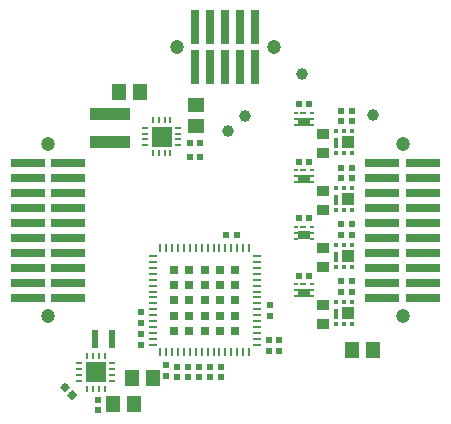
<source format=gts>
G04 #@! TF.GenerationSoftware,KiCad,Pcbnew,no-vcs-found-d3b382c~59~ubuntu16.04.1*
G04 #@! TF.CreationDate,2017-07-27T00:58:26+01:00*
G04 #@! TF.ProjectId,DCDC-5V,444344432D35562E6B696361645F7063,1*
G04 #@! TF.SameCoordinates,Original
G04 #@! TF.FileFunction,Soldermask,Top*
G04 #@! TF.FilePolarity,Negative*
%FSLAX46Y46*%
G04 Gerber Fmt 4.6, Leading zero omitted, Abs format (unit mm)*
G04 Created by KiCad (PCBNEW no-vcs-found-d3b382c~59~ubuntu16.04.1) date Thu Jul 27 00:58:26 2017*
%MOMM*%
%LPD*%
G01*
G04 APERTURE LIST*
%ADD10R,0.702000X0.702000*%
%ADD11R,0.250000X0.700000*%
%ADD12R,0.700000X0.250000*%
%ADD13R,0.620000X0.620000*%
%ADD14R,3.400000X0.980000*%
%ADD15R,0.740000X2.920000*%
%ADD16C,1.200000*%
%ADD17R,2.920000X0.740000*%
%ADD18R,0.400000X0.850000*%
%ADD19R,0.400000X0.455000*%
%ADD20R,1.050000X1.100000*%
%ADD21R,1.000000X0.950000*%
%ADD22R,1.450000X1.150000*%
%ADD23R,1.150000X1.450000*%
%ADD24C,0.620000*%
%ADD25C,0.100000*%
%ADD26R,1.702000X1.702000*%
%ADD27R,0.250000X0.600000*%
%ADD28R,0.600000X0.250000*%
%ADD29R,0.500000X1.600000*%
%ADD30R,0.300000X0.250000*%
%ADD31R,1.100000X0.670000*%
%ADD32R,0.620000X0.200000*%
%ADD33C,1.000000*%
G04 APERTURE END LIST*
D10*
X100845000Y-108555000D03*
X100845000Y-107255000D03*
X100845000Y-105955000D03*
X100845000Y-104655000D03*
X100845000Y-103355000D03*
X99545000Y-108555000D03*
X99545000Y-107255000D03*
X99545000Y-105955000D03*
X99545000Y-104655000D03*
X99545000Y-103355000D03*
X98245000Y-108555000D03*
X98245000Y-107255000D03*
X98245000Y-105955000D03*
X98245000Y-104655000D03*
X98245000Y-103355000D03*
X96945000Y-108555000D03*
X96945000Y-107255000D03*
X96945000Y-105955000D03*
X96945000Y-104655000D03*
X96945000Y-103355000D03*
X95645000Y-108555000D03*
X95645000Y-107255000D03*
X95645000Y-105955000D03*
X95645000Y-104655000D03*
X95645000Y-103355000D03*
D11*
X94495000Y-101555000D03*
X94995000Y-101555000D03*
X95495000Y-101555000D03*
X95995000Y-101555000D03*
X96495000Y-101555000D03*
X96995000Y-101555000D03*
X97495000Y-101555000D03*
X97995000Y-101555000D03*
X98495000Y-101555000D03*
X98995000Y-101555000D03*
X99495000Y-101555000D03*
X99995000Y-101555000D03*
X100495000Y-101555000D03*
X100995000Y-101555000D03*
X101495000Y-101555000D03*
X101995000Y-101555000D03*
D12*
X102645000Y-102205000D03*
X102645000Y-102705000D03*
X102645000Y-103205000D03*
X102645000Y-103705000D03*
X102645000Y-104205000D03*
X102645000Y-104705000D03*
X102645000Y-105205000D03*
X102645000Y-105705000D03*
X102645000Y-106205000D03*
X102645000Y-106705000D03*
X102645000Y-107205000D03*
X102645000Y-107705000D03*
X102645000Y-108205000D03*
X102645000Y-108705000D03*
X102645000Y-109205000D03*
X102645000Y-109705000D03*
D11*
X101995000Y-110355000D03*
X101495000Y-110355000D03*
X100995000Y-110355000D03*
X100495000Y-110355000D03*
X99995000Y-110355000D03*
X99495000Y-110355000D03*
X98995000Y-110355000D03*
X98495000Y-110355000D03*
X97995000Y-110355000D03*
X97495000Y-110355000D03*
X96995000Y-110355000D03*
X96495000Y-110355000D03*
X95995000Y-110355000D03*
X95495000Y-110355000D03*
X94995000Y-110355000D03*
X94495000Y-110355000D03*
D12*
X93845000Y-109705000D03*
X93845000Y-109205000D03*
X93845000Y-108705000D03*
X93845000Y-108205000D03*
X93845000Y-107705000D03*
X93845000Y-107205000D03*
X93845000Y-106705000D03*
X93845000Y-106205000D03*
X93845000Y-105705000D03*
X93845000Y-105205000D03*
X93845000Y-104705000D03*
X93845000Y-104205000D03*
X93845000Y-103705000D03*
X93845000Y-103205000D03*
X93845000Y-102705000D03*
X93845000Y-102205000D03*
D13*
X107100000Y-103850000D03*
X106200000Y-103850000D03*
D14*
X90250000Y-92560000D03*
X90250000Y-90190000D03*
D15*
X97460000Y-86215000D03*
X97460000Y-82785000D03*
X98730000Y-86215000D03*
X98730000Y-82785000D03*
X100000000Y-86215000D03*
X100000000Y-82785000D03*
X101270000Y-86215000D03*
X101270000Y-82785000D03*
X102540000Y-86215000D03*
X102540000Y-82785000D03*
D16*
X115000000Y-107305000D03*
X115000000Y-92695000D03*
D17*
X113285000Y-94285000D03*
X116715000Y-94285000D03*
X113285000Y-95555000D03*
X116715000Y-95555000D03*
X113285000Y-96825000D03*
X116715000Y-96825000D03*
X113285000Y-98095000D03*
X116715000Y-98095000D03*
X113285000Y-99365000D03*
X116715000Y-99365000D03*
X113285000Y-100635000D03*
X116715000Y-100635000D03*
X113285000Y-101905000D03*
X116715000Y-101905000D03*
X113285000Y-103175000D03*
X116715000Y-103175000D03*
X113285000Y-104445000D03*
X116715000Y-104445000D03*
X113285000Y-105715000D03*
X116715000Y-105715000D03*
D16*
X85000000Y-107305000D03*
X85000000Y-92695000D03*
D17*
X83285000Y-94285000D03*
X86715000Y-94285000D03*
X83285000Y-95555000D03*
X86715000Y-95555000D03*
X83285000Y-96825000D03*
X86715000Y-96825000D03*
X83285000Y-98095000D03*
X86715000Y-98095000D03*
X83285000Y-99365000D03*
X86715000Y-99365000D03*
X83285000Y-100635000D03*
X86715000Y-100635000D03*
X83285000Y-101905000D03*
X86715000Y-101905000D03*
X83285000Y-103175000D03*
X86715000Y-103175000D03*
X83285000Y-104445000D03*
X86715000Y-104445000D03*
X83285000Y-105715000D03*
X86715000Y-105715000D03*
D16*
X104130000Y-84500000D03*
X95870000Y-84500000D03*
D13*
X92850000Y-106925000D03*
X92850000Y-107825000D03*
X100975000Y-100400000D03*
X100075000Y-100400000D03*
X92850000Y-109700000D03*
X92850000Y-108800000D03*
X103750000Y-106350000D03*
X103750000Y-107250000D03*
X98700000Y-111575000D03*
X98700000Y-112475000D03*
X103650000Y-109325000D03*
X104550000Y-109325000D03*
X96850000Y-112475000D03*
X96850000Y-111575000D03*
X104550000Y-110275000D03*
X103650000Y-110275000D03*
X95925000Y-112475000D03*
X95925000Y-111575000D03*
X97775000Y-112475000D03*
X97775000Y-111575000D03*
X99625000Y-112475000D03*
X99625000Y-111575000D03*
X109800000Y-104350000D03*
X110700000Y-104350000D03*
X109800000Y-99525000D03*
X110700000Y-99525000D03*
X109800000Y-94700000D03*
X110700000Y-94700000D03*
X109800000Y-89875000D03*
X110700000Y-89875000D03*
X110700000Y-105275000D03*
X109800000Y-105275000D03*
X110700000Y-100450000D03*
X109800000Y-100450000D03*
X110700000Y-95625000D03*
X109800000Y-95625000D03*
X110700000Y-90800000D03*
X109800000Y-90800000D03*
D18*
X109400000Y-107121000D03*
D19*
X109400000Y-107947500D03*
X109400000Y-106102500D03*
X110050000Y-107947500D03*
X110700000Y-107947500D03*
X110700000Y-106102500D03*
D20*
X110375000Y-107025000D03*
D19*
X110050000Y-106102500D03*
D21*
X108250000Y-107950000D03*
X108250000Y-106350000D03*
X108250000Y-103125000D03*
X108250000Y-101525000D03*
X108250000Y-96700000D03*
X108250000Y-98300000D03*
X108250000Y-91875000D03*
X108250000Y-93475000D03*
D18*
X109400000Y-102300000D03*
D19*
X109400000Y-103126500D03*
X109400000Y-101281500D03*
X110050000Y-103126500D03*
X110700000Y-103126500D03*
X110700000Y-101281500D03*
D20*
X110375000Y-102204000D03*
D19*
X110050000Y-101281500D03*
X110050000Y-96456500D03*
D20*
X110375000Y-97379000D03*
D19*
X110700000Y-96456500D03*
X110700000Y-98301500D03*
X110050000Y-98301500D03*
X109400000Y-96456500D03*
X109400000Y-98301500D03*
D18*
X109400000Y-97475000D03*
X109400000Y-92646000D03*
D19*
X109400000Y-93472500D03*
X109400000Y-91627500D03*
X110050000Y-93472500D03*
X110700000Y-93472500D03*
X110700000Y-91627500D03*
D20*
X110375000Y-92550000D03*
D19*
X110050000Y-91627500D03*
D22*
X97475000Y-89375000D03*
X97475000Y-91175000D03*
D13*
X96975000Y-92600000D03*
X97875000Y-92600000D03*
X97875000Y-93800000D03*
X96975000Y-93800000D03*
D23*
X90975000Y-88300000D03*
X92775000Y-88300000D03*
X90475000Y-114750000D03*
X92275000Y-114750000D03*
D13*
X89250000Y-115250000D03*
X89250000Y-114350000D03*
D24*
X86406802Y-113306802D03*
D25*
G36*
X86845208Y-113306802D02*
X86406802Y-113745208D01*
X85968396Y-113306802D01*
X86406802Y-112868396D01*
X86845208Y-113306802D01*
X86845208Y-113306802D01*
G37*
D24*
X87043198Y-113943198D03*
D25*
G36*
X87481604Y-113943198D02*
X87043198Y-114381604D01*
X86604792Y-113943198D01*
X87043198Y-113504792D01*
X87481604Y-113943198D01*
X87481604Y-113943198D01*
G37*
D23*
X92050000Y-112550000D03*
X93850000Y-112550000D03*
D26*
X94600000Y-92075000D03*
D27*
X93850000Y-90675000D03*
X94350000Y-90675000D03*
X94850000Y-90675000D03*
X95350000Y-90675000D03*
D28*
X96000000Y-91325000D03*
X96000000Y-91825000D03*
X96000000Y-92325000D03*
X96000000Y-92825000D03*
D27*
X95350000Y-93475000D03*
X94850000Y-93475000D03*
X94350000Y-93475000D03*
X93850000Y-93475000D03*
D28*
X93200000Y-92825000D03*
X93200000Y-92325000D03*
X93200000Y-91825000D03*
X93200000Y-91325000D03*
D27*
X89774307Y-110625693D03*
X89274307Y-110625693D03*
X88774307Y-110625693D03*
X88274307Y-110625693D03*
D28*
X87624307Y-111275693D03*
X87624307Y-111775693D03*
X87624307Y-112275693D03*
X87624307Y-112775693D03*
D27*
X88274307Y-113425693D03*
X88774307Y-113425693D03*
X89274307Y-113425693D03*
X89774307Y-113425693D03*
D28*
X90424307Y-112775693D03*
X90424307Y-112275693D03*
X90424307Y-111775693D03*
X90424307Y-111275693D03*
D26*
X89024307Y-112025693D03*
D29*
X90424307Y-109225693D03*
X88924307Y-109225693D03*
D13*
X95000000Y-112325000D03*
X95000000Y-111425000D03*
D30*
X107350000Y-104600000D03*
X107350000Y-105100000D03*
X107350000Y-105600000D03*
D31*
X106650000Y-105310000D03*
D32*
X106590000Y-104600000D03*
D30*
X105950000Y-104600000D03*
X105950000Y-105100000D03*
X105950000Y-105600000D03*
X107350000Y-99740000D03*
X107350000Y-100240000D03*
X107350000Y-100740000D03*
D31*
X106650000Y-100450000D03*
D32*
X106590000Y-99740000D03*
D30*
X105950000Y-99740000D03*
X105950000Y-100240000D03*
X105950000Y-100740000D03*
X105950000Y-95940000D03*
X105950000Y-95440000D03*
X105950000Y-94940000D03*
D32*
X106590000Y-94940000D03*
D31*
X106650000Y-95650000D03*
D30*
X107350000Y-95940000D03*
X107350000Y-95440000D03*
X107350000Y-94940000D03*
X105950000Y-91100000D03*
X105950000Y-90600000D03*
X105950000Y-90100000D03*
D32*
X106590000Y-90100000D03*
D31*
X106650000Y-90810000D03*
D30*
X107350000Y-91100000D03*
X107350000Y-90600000D03*
X107350000Y-90100000D03*
D13*
X106200000Y-99000000D03*
X107100000Y-99000000D03*
X107100000Y-94200000D03*
X106200000Y-94200000D03*
X106200000Y-89350000D03*
X107100000Y-89350000D03*
D33*
X100200000Y-91600000D03*
X101700000Y-90350000D03*
X106450000Y-86750000D03*
X112525000Y-90225000D03*
D23*
X110700000Y-110175000D03*
X112500000Y-110175000D03*
M02*

</source>
